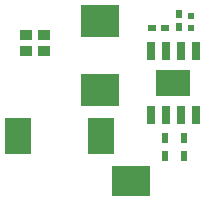
<source format=gbp>
G04*
G04 #@! TF.GenerationSoftware,Altium Limited,Altium Designer,24.6.1 (21)*
G04*
G04 Layer_Color=128*
%FSLAX42Y42*%
%MOMM*%
G71*
G04*
G04 #@! TF.SameCoordinates,A6C07601-EB4F-4E80-B680-5A307C7D7090*
G04*
G04*
G04 #@! TF.FilePolarity,Positive*
G04*
G01*
G75*
%ADD21R,3.20X2.65*%
%ADD34R,0.60X0.70*%
%ADD69R,3.20X2.75*%
%ADD70R,3.00X2.30*%
%ADD71R,0.70X1.52*%
%ADD72R,2.20X3.10*%
%ADD73R,0.62X0.62*%
%ADD74R,0.54X0.94*%
%ADD75R,0.75X0.60*%
%ADD76R,1.02X0.89*%
D21*
X2731Y1391D02*
D03*
D34*
X3137Y2798D02*
D03*
Y2688D02*
D03*
D69*
X2464Y2161D02*
D03*
Y2741D02*
D03*
D70*
X3086Y2215D02*
D03*
D71*
X2896Y2486D02*
D03*
X3023D02*
D03*
X3150D02*
D03*
X3277D02*
D03*
Y1943D02*
D03*
X3150D02*
D03*
X3023D02*
D03*
X2896D02*
D03*
D72*
X2471Y1765D02*
D03*
X1771D02*
D03*
D73*
X3238Y2781D02*
D03*
Y2681D02*
D03*
D74*
X3019Y1600D02*
D03*
X3179D02*
D03*
X3019Y1753D02*
D03*
X3179D02*
D03*
D75*
X3014Y2680D02*
D03*
X2904D02*
D03*
D76*
X1842Y2620D02*
D03*
Y2486D02*
D03*
X1994Y2620D02*
D03*
Y2486D02*
D03*
M02*

</source>
